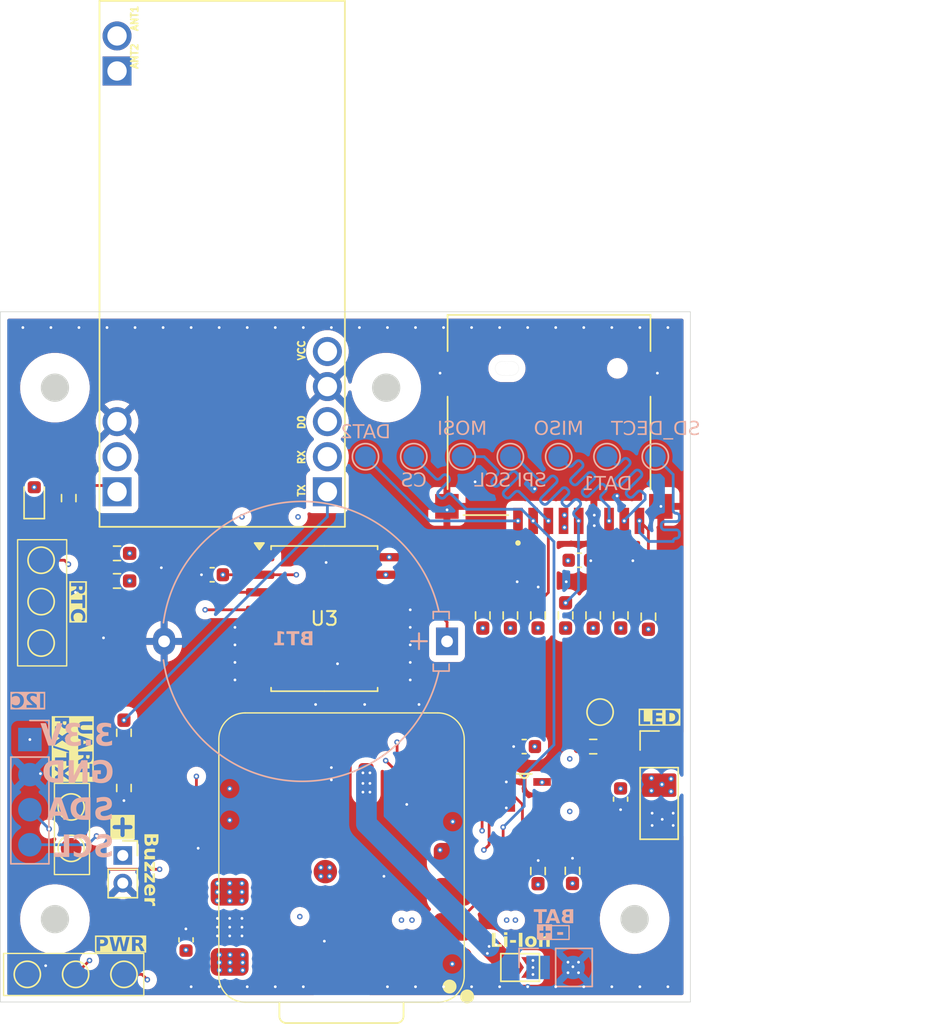
<source format=kicad_pcb>
(kicad_pcb
	(version 20241229)
	(generator "pcbnew")
	(generator_version "9.0")
	(general
		(thickness 1.6)
		(legacy_teardrops no)
	)
	(paper "A4")
	(layers
		(0 "F.Cu" signal)
		(4 "In1.Cu" signal)
		(6 "In2.Cu" signal)
		(8 "In3.Cu" signal)
		(10 "In4.Cu" signal)
		(2 "B.Cu" signal)
		(9 "F.Adhes" user "F.Adhesive")
		(11 "B.Adhes" user "B.Adhesive")
		(13 "F.Paste" user)
		(15 "B.Paste" user)
		(5 "F.SilkS" user "F.Silkscreen")
		(7 "B.SilkS" user "B.Silkscreen")
		(1 "F.Mask" user)
		(3 "B.Mask" user)
		(17 "Dwgs.User" user "User.Drawings")
		(19 "Cmts.User" user "User.Comments")
		(21 "Eco1.User" user "User.Eco1")
		(23 "Eco2.User" user "User.Eco2")
		(25 "Edge.Cuts" user)
		(27 "Margin" user)
		(31 "F.CrtYd" user "F.Courtyard")
		(29 "B.CrtYd" user "B.Courtyard")
		(35 "F.Fab" user)
		(33 "B.Fab" user)
		(39 "User.1" user)
		(41 "User.2" user)
		(43 "User.3" user)
		(45 "User.4" user)
	)
	(setup
		(stackup
			(layer "F.SilkS"
				(type "Top Silk Screen")
			)
			(layer "F.Paste"
				(type "Top Solder Paste")
			)
			(layer "F.Mask"
				(type "Top Solder Mask")
				(thickness 0.01)
			)
			(layer "F.Cu"
				(type "copper")
				(thickness 0.035)
			)
			(layer "dielectric 1"
				(type "prepreg")
				(thickness 0.1)
				(material "FR4")
				(epsilon_r 4.5)
				(loss_tangent 0.02)
			)
			(layer "In1.Cu"
				(type "copper")
				(thickness 0.035)
			)
			(layer "dielectric 2"
				(type "core")
				(thickness 0.535)
				(material "FR4")
				(epsilon_r 4.5)
				(loss_tangent 0.02)
			)
			(layer "In2.Cu"
				(type "copper")
				(thickness 0.035)
			)
			(layer "dielectric 3"
				(type "prepreg")
				(thickness 0.1)
				(material "FR4")
				(epsilon_r 4.5)
				(loss_tangent 0.02)
			)
			(layer "In3.Cu"
				(type "copper")
				(thickness 0.035)
			)
			(layer "dielectric 4"
				(type "core")
				(thickness 0.535)
				(material "FR4")
				(epsilon_r 4.5)
				(loss_tangent 0.02)
			)
			(layer "In4.Cu"
				(type "copper")
				(thickness 0.035)
			)
			(layer "dielectric 5"
				(type "prepreg")
				(thickness 0.1)
				(material "FR4")
				(epsilon_r 4.5)
				(loss_tangent 0.02)
			)
			(layer "B.Cu"
				(type "copper")
				(thickness 0.035)
			)
			(layer "B.Mask"
				(type "Bottom Solder Mask")
				(thickness 0.01)
			)
			(layer "B.Paste"
				(type "Bottom Solder Paste")
			)
			(layer "B.SilkS"
				(type "Bottom Silk Screen")
			)
			(copper_finish "None")
			(dielectric_constraints no)
		)
		(pad_to_mask_clearance 0)
		(allow_soldermask_bridges_in_footprints no)
		(tenting front back)
		(pcbplotparams
			(layerselection 0x00000000_00000000_55555555_5755f5ff)
			(plot_on_all_layers_selection 0x00000000_00000000_00000000_00000000)
			(disableapertmacros no)
			(usegerberextensions yes)
			(usegerberattributes no)
			(usegerberadvancedattributes no)
			(creategerberjobfile no)
			(dashed_line_dash_ratio 12.000000)
			(dashed_line_gap_ratio 3.000000)
			(svgprecision 4)
			(plotframeref no)
			(mode 1)
			(useauxorigin no)
			(hpglpennumber 1)
			(hpglpenspeed 20)
			(hpglpendiameter 15.000000)
			(pdf_front_fp_property_popups yes)
			(pdf_back_fp_property_popups yes)
			(pdf_metadata yes)
			(pdf_single_document no)
			(dxfpolygonmode yes)
			(dxfimperialunits yes)
			(dxfusepcbnewfont yes)
			(psnegative no)
			(psa4output no)
			(plot_black_and_white yes)
			(sketchpadsonfab no)
			(plotpadnumbers no)
			(hidednponfab no)
			(sketchdnponfab yes)
			(crossoutdnponfab yes)
			(subtractmaskfromsilk yes)
			(outputformat 1)
			(mirror no)
			(drillshape 0)
			(scaleselection 1)
			(outputdirectory "production/")
		)
	)
	(net 0 "")
	(net 1 "GND")
	(net 2 "+5V")
	(net 3 "+3.3V")
	(net 4 "Net-(U2-Y)")
	(net 5 "/LED_Din")
	(net 6 "/UART_RX")
	(net 7 "Net-(R3-Pad1)")
	(net 8 "/SD_DECT")
	(net 9 "/MISO")
	(net 10 "/SPI_SCL")
	(net 11 "/MOSI")
	(net 12 "/SPI_CS")
	(net 13 "Net-(D2-K)")
	(net 14 "unconnected-(RDM1-PadD0)")
	(net 15 "unconnected-(RDM1-PadANT2)")
	(net 16 "unconnected-(RDM1-PadANT1)")
	(net 17 "unconnected-(RDM1-PadRX)")
	(net 18 "/Buzzer")
	(net 19 "unconnected-(U1-MTDI-Pad17)")
	(net 20 "/LED_Driver")
	(net 21 "unconnected-(U1-CHIP_EN-Pad19)")
	(net 22 "Net-(U1-GPIO16_D6_TX)")
	(net 23 "/I2C_SCL")
	(net 24 "unconnected-(U1-BOOT-Pad23)")
	(net 25 "unconnected-(U1-MTCK-Pad22)")
	(net 26 "/I2C_SDA")
	(net 27 "unconnected-(U1-MTMS-Pad21)")
	(net 28 "unconnected-(U1-MTDO-Pad18)")
	(net 29 "/DAT2")
	(net 30 "/DAT1")
	(net 31 "Net-(R1-Pad1)")
	(net 32 "Net-(J1-Pin_1)")
	(net 33 "/Battery_Cell")
	(net 34 "Net-(U3-32KHZ)")
	(net 35 "Net-(U3-~{INT}{slash}SQW)")
	(net 36 "Net-(U3-~{RST})")
	(net 37 "Net-(JP1-A)")
	(footprint "Capacitor_SMD:C_0603_1608Metric" (layer "F.Cu") (at 123 97.5 180))
	(footprint "Connector_PinHeader_2.54mm:PinHeader_1x03_P2.54mm_Vertical" (layer "F.Cu") (at 128.778 111.252))
	(footprint "Seeed Studio XIAO Series Library:XIAO-ESP32C6-SMD" (layer "F.Cu") (at 105.54 119 180))
	(footprint "TestPoint:TestPoint_Pad_D1.5mm" (layer "F.Cu") (at 83 127.5))
	(footprint "LED_SMD:LED_0603_1608Metric" (layer "F.Cu") (at 83.5 93 90))
	(footprint "Resistor_SMD:R_0603_1608Metric_Pad0.98x0.95mm_HandSolder" (layer "F.Cu") (at 120 101.5 90))
	(footprint "Resistor_SMD:R_0603_1608Metric_Pad0.98x0.95mm_HandSolder" (layer "F.Cu") (at 122 101.5 90))
	(footprint "Resistor_SMD:R_0603_1608Metric_Pad0.98x0.95mm_HandSolder" (layer "F.Cu") (at 90 110 -90))
	(footprint "Capacitor_SMD:C_0603_1608Metric" (layer "F.Cu") (at 96.393 98.552))
	(footprint "TestPoint:TestPoint_Pad_D1.5mm" (layer "F.Cu") (at 84 103.5))
	(footprint "Package_SO:SOIC-16W_7.5x10.3mm_P1.27mm" (layer "F.Cu") (at 104.521 101.727))
	(footprint "Connector_PinSocket_2.00mm:PinSocket_1x02_P2.00mm_Vertical" (layer "F.Cu") (at 89.916 118.888))
	(footprint "Resistor_SMD:R_0603_1608Metric_Pad0.98x0.95mm_HandSolder" (layer "F.Cu") (at 116 101.5 90))
	(footprint "TestPoint:TestPoint_Pad_D1.5mm" (layer "F.Cu") (at 86.175 118.373))
	(footprint "Jumper:SolderJumper-2_P1.3mm_Open_TrianglePad1.0x1.5mm" (layer "F.Cu") (at 118.708 127))
	(footprint "footprints:RDM6300" (layer "F.Cu") (at 97.12 76.03 -90))
	(footprint "Resistor_SMD:R_0603_1608Metric_Pad0.98x0.95mm_HandSolder" (layer "F.Cu") (at 89.5 97 180))
	(footprint "Resistor_SMD:R_0603_1608Metric_Pad0.98x0.95mm_HandSolder" (layer "F.Cu") (at 89.5 99 180))
	(footprint "footprints:SOT95P280X145-5N" (layer "F.Cu") (at 119 114.5))
	(footprint "Capacitor_SMD:C_0603_1608Metric" (layer "F.Cu") (at 119 111))
	(footprint "Resistor_SMD:R_0603_1608Metric_Pad0.98x0.95mm_HandSolder" (layer "F.Cu") (at 86 93 -90))
	(footprint "Resistor_SMD:R_0603_1608Metric_Pad0.98x0.95mm_HandSolder" (layer "F.Cu") (at 124 111))
	(footprint "Resistor_SMD:R_0603_1608Metric_Pad0.98x0.95mm_HandSolder" (layer "F.Cu") (at 124 101.5 90))
	(footprint "TestPoint:TestPoint_Pad_D1.5mm" (layer "F.Cu") (at 84 100.5))
	(footprint "TestPoint:TestPoint_Pad_D1.5mm" (layer "F.Cu") (at 86.5 127.5))
	(footprint "TestPoint:TestPoint_Pad_D1.5mm" (layer "F.Cu") (at 90 127.5))
	(footprint "Resistor_SMD:R_0603_1608Metric_Pad0.98x0.95mm_HandSolder" (layer "F.Cu") (at 128 101.5875 90))
	(footprint "TestPoint:TestPoint_Pad_D1.5mm" (layer "F.Cu") (at 124.5 108.5))
	(footprint "Resistor_SMD:R_0603_1608Metric_Pad0.98x0.95mm_HandSolder" (layer "F.Cu") (at 118 101.5 90))
	(footprint "Capacitor_SMD:C_0603_1608Metric" (layer "F.Cu") (at 125.984 114.808 90))
	(footprint "Resistor_SMD:R_0603_1608Metric_Pad0.98x0.95mm_HandSolder" (layer "F.Cu") (at 122.5 120 90))
	(footprint "Resistor_SMD:R_0603_1608Metric_Pad0.98x0.95mm_HandSolder" (layer "F.Cu") (at 90 114 -90))
	(footprint "TestPoint:TestPoint_Pad_D1.5mm" (layer "F.Cu") (at 84 97.5 90))
	(footprint "footprints:WURTH_693071020811" (layer "F.Cu") (at 120.8 83.6 180))
	(footprint "Resistor_SMD:R_0603_1608Metric_Pad0.98x0.95mm_HandSolder" (layer "F.Cu") (at 126 101.5 90))
	(footprint "TestPoint:TestPoint_Pad_D1.5mm" (layer "F.Cu") (at 86.175 115.373))
	(footprint "Resistor_SMD:R_0603_1608Metric_Pad0.98x0.95mm_HandSolder" (layer "F.Cu") (at 120 120.015 90))
	(footprint "Capacitor_SMD:C_0603_1608Metric" (layer "F.Cu") (at 94.5 125 -90))
	(footprint "TestPoint:TestPoint_Pad_D1.5mm" (layer "B.Cu") (at 107.5 90))
	(footprint "TestPoint:TestPoint_Pad_D1.5mm" (layer "B.Cu") (at 111 90 180))
	(footprint "TestPoint:TestPoint_Pad_D1.5mm"
		(layer "B.Cu")
		(uuid "30abc100-a015-40bc-99e8-4d54fdbc0154")
		(at 128.5 90 180)
		(descr "SMD pad as test Point, diameter 1.5mm")
		(tags "test point SMD pad")
		(property "Reference" "TP6"
			(at 0 1.648 0)
			(layer "B.SilkS")
			(hide yes)
			(uuid "8c8a1728-ff10-4ee8-a67f-3acc0d79ac33")
			(effects
				(font
					(size 1 1)
					(thickness 0.15)
				)
				(justify mirror)
			)
		)
		(property "Value" "SD_DECT"
			(at -0.024 1.989 0)
			(layer "B.SilkS")
			(uuid "52cb8d1c-0e67-4693-9117-f18e803467b7")
			(effects
				(font
					(face "Arial")
					(size 1 1)
					(thickness 0.15)
				)
				(justify mirror)
			)
			(render_cache "SD_DECT" 0
				(polygon
					(pts
						(xy 131.725717 88.100912) (xy 131.600665 88.089921) (xy 131.591598 88.14012) (xy 131.577656 88.181566)
						(xy 131.559388 88.215645) (xy 131.534857 88.24522) (xy 131.5018 88.271705) (xy 131.458637 88.295085)
						(xy 131.412194 88.311635) (xy 131.361192 88.321845) (xy 131.304887 88.325371) (xy 131.23184 88.319438)
						(xy 131.171042 88.302779) (xy 131.13417 88.284987) (xy 131.105833 88.264302) (xy 131.084641 88.240802)
						(xy 131.063271 88.199343) (xy 131.056247 88.154768) (xy 131.063186 88.110214) (xy 131.083603 88.072275)
						(xy 131.117374 88.041414) (xy 131.173728 88.012985) (xy 131.226317 87.996246) (xy 131.352025 87.964014)
						(xy 131.479052 87.928522) (xy 131.545344 87.901305) (xy 131.590584 87.873085) (xy 131.625757 87.841948)
						(xy 131.652261 87.807821) (xy 131.671722 87.769329) (xy 131.68344 87.727927) (xy 131.687432 87.68283)
						(xy 131.682683 87.633358) (xy 131.668496 87.586248) (xy 131.644445 87.54068) (xy 131.612007 87.500793)
						(xy 131.570562 87.467406) (xy 131.518721 87.440296) (xy 131.462658 87.421551) (xy 131.401651 87.410013)
						(xy 131.334928 87.406041) (xy 131.261393 87.410297) (xy 131.196318 87.422478) (xy 131.138557 87.441945)
						(xy 131.085254 87.470235) (xy 131.042084 87.505308) (xy 131.007765 87.547458) (xy 130.982084 87.595584)
						(xy 130.965679 87.647838) (xy 130.95855 87.705178) (xy 131.085618 87.714764) (xy 131.098683 87.654122)
						(xy 131.121958 87.607135) (xy 131.154983 87.570966) (xy 131.197133 87.545418) (xy 131.253861 87.528573)
						(xy 131.329494 87.522301) (xy 131.408862 87.528223) (xy 131.465382 87.543706) (xy 131.504738 87.566387)
						(xy 131.535984 87.59878) (xy 131.55376 87.633762) (xy 131.559693 87.672693) (xy 131.555258 87.706941)
						(xy 131.542398 87.736139) (xy 131.520736 87.761537) (xy 131.491411 87.780337) (xy 131.43051 87.803977)
						(xy 131.320946 87.832978) (xy 131.172577 87.870804) (xy 131.099295 87.896847) (xy 131.043869 87.927619)
						(xy 131.001528 87.961702) (xy 130.970213 87.999063) (xy 130.947225 88.041946) (xy 130.933293 88.089092)
						(xy 130.928508 88.141579) (xy 130.933539 88.19359) (xy 130.948625 88.243559) (xy 130.974304 88.292338)
						(xy 131.008613 88.33535) (xy 131.052009 88.371942) (xy 131.105768 88.402369) (xy 131.164104 88.423838)
						(xy 131.228121 88.437066) (xy 131.298781 88.441631) (xy 131.388894 88.436712) (xy 131.464063 88.423021)
						(xy 131.526598 88.401819) (xy 131.583991 88.370396) (xy 131.631662 88.33062) (xy 131.670701 88.281957)
						(xy 131.699893 88.226631) (xy 131.71823 88.166658)
					)
				)
				(polygon
					(pts
						(xy 130.747585 88.426) (xy 130.386228 88.426) (xy 130.298152 88.421462) (xy 130.225394 88.408903)
						(xy 130.159055 88.387123) (xy 130.105837 88.358527) (xy 130.059313 88.320165) (xy 130.014674 88.267425)
						(xy 129.977882 88.204349) (xy 129.946347 88.121184) (xy 129.931952 88.061668) (xy 129.922855 87.994382)
						(xy 129.919663 87.918341) (xy 129.919772 87.916265) (xy 130.056317 87.916265) (xy 130.059565 87.992417)
						(xy 130.068628 88.05677) (xy 130.082634 88.110926) (xy 130.10338 88.162728) (xy 130.127924 88.204886)
						(xy 130.156029 88.238787) (xy 130.193956 88.268028) (xy 130.24585 88.291177) (xy 130.307665 88.304449)
						(xy 130.401249 88.30974) (xy 130.615084 88.30974) (xy 130.615084 87.537933) (xy 130.404669 87.537933)
						(xy 130.325012 87.540857) (xy 130.269818 87.548319) (xy 130.23321 87.558632) (xy 130.188049 87.58307)
						(xy 130.14643 87.620302) (xy 130.107913 87.672693) (xy 130.08705 87.715343) (xy 130.070857 87.768671)
						(xy 130.0602 87.834827) (xy 130.056317 87.916265) (xy 129.919772 87.916265) (xy 129.924319 87.829466)
						(xy 129.937664 87.750288) (xy 129.958986 87.679593) (xy 129.990099 87.613222) (xy 130.029505 87.556395)
						(xy 130.077444 87.508013) (xy 130.120149 87.47726) (xy 130.168822 87.45327) (xy 130.224356 87.436083)
						(xy 130.292748 87.425864) (xy 130.402654 87.421673) (xy 130.747585 87.421673)
					)
				)
				(polygon
					(pts
						(xy 129.86654 88.70236) (xy 129.86654 88.613578) (xy 129.051563 88.613578) (xy 129.051563 88.70236)
					)
				)
				(polygon
					(pts
						(xy 128.959728 88.426) (xy 128.598371 88.426) (xy 128.510294 88.421462) (xy 128.437537 88.408903)
						(xy 128.371197 88.387123) (xy 128.31798 88.358527) (xy 128.271455 88.320165) (xy 128.226816 88.267425)
						(xy 128.190024 88.204349) (xy 128.158489 88.121184) (xy 128.144094 88.061668) (xy 128.134998 87.994382)
						(xy 128.131806 87.918341) (xy 128.131915 87.916265) (xy 128.26846 87.916265) (xy 128.271708 87.992417)
						(xy 128.280771 88.05677) (xy 128.294777 88.110926) (xy 128.315522 88.162728) (xy 128.340067 88.204886)
						(xy 128.368172 88.238787) (xy 128.406098 88.268028) (xy 128.457992 88.291177) (xy 128.519807 88.304449)
						(xy 128.613391 88.30974) (xy 128.827226 88.30974) (xy 128.827226 87.537933) (xy 128.616811 87.537933)
						(xy 128.537154 87.540857) (xy 128.48196 87.548319) (xy 128.445352 87.558632) (xy 128.400191 87.58307)
						(xy 128.358572 87.620302) (xy 128.320056 87.672693) (xy 128.299192 87.715343) (xy 128.282999 87.768671)
						(xy 128.272342 87.834827) (xy 128.26846 87.916265) (xy 128.131915 87.916265) (xy 128.136461 87.829466)
						(xy 128.149806 87.750288) (xy 128.171129 87.679593) (xy 128.202241 87.613222) (xy 128.241647 87.556395)
						(xy 128.289587 87.508013) (xy 128.332291 87.47726) (xy 128.380964 87.45327) (xy 128.436499 87.436083)
						(xy 128.504891 87.425864) (xy 128.614796 87.421673) (xy 128.959728 87.421673)
					)
				)
				(polygon
					(pts
						(xy 127.946853 88.426) (xy 127.946853 87.421673) (xy 127.222734 87.421673) (xy 127.222734 87.537933)
						(xy 127.81429 87.537933) (xy 127.81429 87.847632) (xy 127.260286 87.847632) (xy 127.260286 87.963892)
						(xy 127.81429 87.963892) (xy 127.81429 88.30974) (xy 127.19947 88.30974) (xy 127.19947 88.426)
					)
				)
				(polygon
					(pts
						(xy 126.301999 88.07429) (xy 126.169498 88.107751) (xy 126.195786 88.187513) (xy 126.229707 88.254386)
						(xy 126.270885 88.310153) (xy 126.319463 88.356146) (xy 126.375591 88.393004) (xy 126.437658 88.419572)
						(xy 126.506732 88.435954) (xy 126.584161 88.441631) (xy 126.66582 88.436991) (xy 126.735855 88.423901)
						(xy 126.795942 88.403309) (xy 126.847516 88.375747) (xy 126.894477 88.339732) (xy 126.935701 88.296414)
						(xy 126.971496 88.245102) (xy 127.001877 88.18481) (xy 127.031113 88.100049) (xy 127.048813 88.010848)
						(x
... [1140342 chars truncated]
</source>
